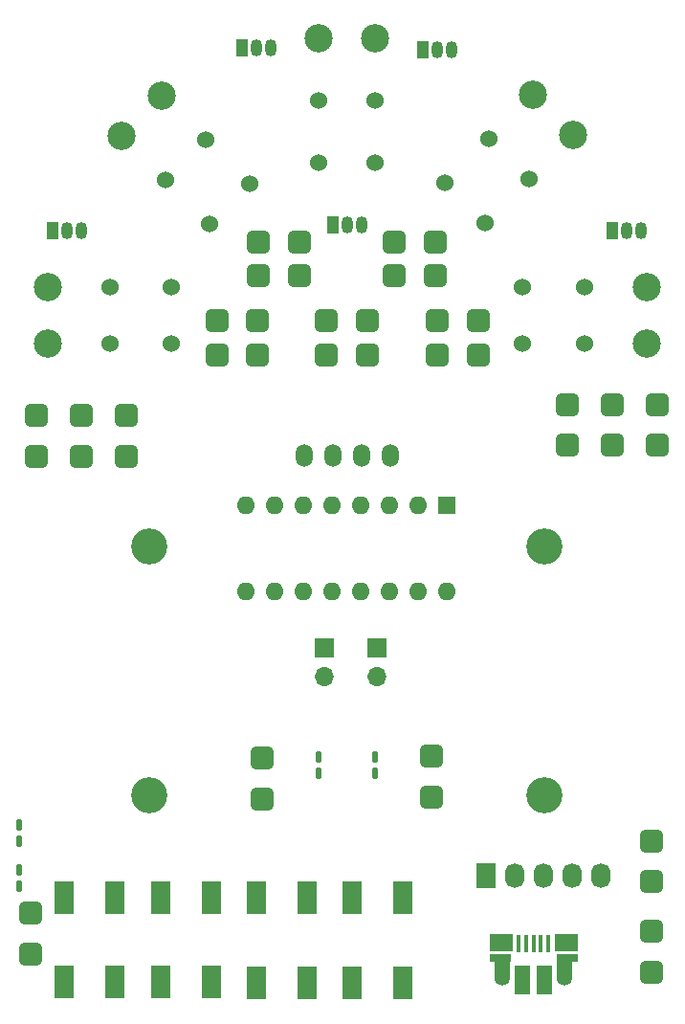
<source format=gts>
G04 #@! TF.GenerationSoftware,KiCad,Pcbnew,8.0.6-8.0.6-0~ubuntu24.04.1*
G04 #@! TF.CreationDate,2024-10-30T09:28:35+01:00*
G04 #@! TF.ProjectId,micromouse_pcb,6d696372-6f6d-46f7-9573-655f7063622e,rev?*
G04 #@! TF.SameCoordinates,Original*
G04 #@! TF.FileFunction,Soldermask,Top*
G04 #@! TF.FilePolarity,Negative*
%FSLAX46Y46*%
G04 Gerber Fmt 4.6, Leading zero omitted, Abs format (unit mm)*
G04 Created by KiCad (PCBNEW 8.0.6-8.0.6-0~ubuntu24.04.1) date 2024-10-30 09:28:35*
%MOMM*%
%LPD*%
G01*
G04 APERTURE LIST*
G04 Aperture macros list*
%AMRoundRect*
0 Rectangle with rounded corners*
0 $1 Rounding radius*
0 $2 $3 $4 $5 $6 $7 $8 $9 X,Y pos of 4 corners*
0 Add a 4 corners polygon primitive as box body*
4,1,4,$2,$3,$4,$5,$6,$7,$8,$9,$2,$3,0*
0 Add four circle primitives for the rounded corners*
1,1,$1+$1,$2,$3*
1,1,$1+$1,$4,$5*
1,1,$1+$1,$6,$7*
1,1,$1+$1,$8,$9*
0 Add four rect primitives between the rounded corners*
20,1,$1+$1,$2,$3,$4,$5,0*
20,1,$1+$1,$4,$5,$6,$7,0*
20,1,$1+$1,$6,$7,$8,$9,0*
20,1,$1+$1,$8,$9,$2,$3,0*%
G04 Aperture macros list end*
%ADD10RoundRect,0.125000X0.125000X-0.375000X0.125000X0.375000X-0.125000X0.375000X-0.125000X-0.375000X0*%
%ADD11C,1.524000*%
%ADD12C,2.500000*%
%ADD13RoundRect,0.384616X-0.615384X0.615384X-0.615384X-0.615384X0.615384X-0.615384X0.615384X0.615384X0*%
%ADD14RoundRect,0.384616X0.615384X-0.615384X0.615384X0.615384X-0.615384X0.615384X-0.615384X-0.615384X0*%
%ADD15RoundRect,0.384616X-0.615384X-0.615384X0.615384X-0.615384X0.615384X0.615384X-0.615384X0.615384X0*%
%ADD16R,1.050000X1.500000*%
%ADD17O,1.050000X1.500000*%
%ADD18C,3.200000*%
%ADD19O,1.524000X2.000000*%
%ADD20RoundRect,0.384616X0.615384X0.615384X-0.615384X0.615384X-0.615384X-0.615384X0.615384X-0.615384X0*%
%ADD21R,1.600000X1.600000*%
%ADD22O,1.600000X1.600000*%
%ADD23R,0.400000X1.650000*%
%ADD24R,1.825000X0.700000*%
%ADD25R,2.000000X1.500000*%
%ADD26R,1.350000X2.000000*%
%ADD27O,1.350000X1.700000*%
%ADD28O,1.100000X1.500000*%
%ADD29R,1.430000X2.500000*%
%ADD30R,1.700000X2.200000*%
%ADD31O,1.700000X2.200000*%
%ADD32O,1.700000X1.700000*%
%ADD33R,1.700000X1.700000*%
%ADD34R,1.700000X3.000000*%
G04 APERTURE END LIST*
D10*
X152500000Y-129000000D03*
X152500000Y-127600000D03*
D11*
X165500000Y-91000000D03*
X165500000Y-86000000D03*
X171000000Y-91000000D03*
X171000000Y-86000000D03*
D12*
X176500000Y-91000000D03*
X176500000Y-86000000D03*
D13*
X130500000Y-97400000D03*
X130500000Y-101000000D03*
D14*
X177000000Y-146600000D03*
X177000000Y-143000000D03*
D15*
X148200000Y-92000000D03*
X151800000Y-92000000D03*
D16*
X140730000Y-64860000D03*
D17*
X142000000Y-64860000D03*
X143270000Y-64860000D03*
D16*
X148730000Y-80500000D03*
D17*
X150000000Y-80500000D03*
X151270000Y-80500000D03*
D15*
X154200000Y-85000000D03*
X157800000Y-85000000D03*
D16*
X156730000Y-65000000D03*
D17*
X158000000Y-65000000D03*
X159270000Y-65000000D03*
D11*
X134500000Y-86000000D03*
X134500000Y-91000000D03*
X129000000Y-86000000D03*
X129000000Y-91000000D03*
D12*
X123500000Y-86000000D03*
X123500000Y-91000000D03*
D10*
X147500000Y-129000000D03*
X147500000Y-127600000D03*
D18*
X167500000Y-109000000D03*
D19*
X146220000Y-100875000D03*
X148760000Y-100875000D03*
X151300000Y-100875000D03*
X153840000Y-100875000D03*
D11*
X152500000Y-75000000D03*
X147500000Y-75000000D03*
X152500000Y-69500000D03*
X147500000Y-69500000D03*
D12*
X152500000Y-64000000D03*
X147500000Y-64000000D03*
D18*
X132500000Y-131000000D03*
D13*
X122500000Y-97400000D03*
X122500000Y-101000000D03*
D20*
X145800000Y-82000000D03*
X142200000Y-82000000D03*
D18*
X167500000Y-131000000D03*
D11*
X162221825Y-80313708D03*
X158686291Y-76778174D03*
X166110912Y-76424621D03*
X162575378Y-72889087D03*
D12*
X170000000Y-72535533D03*
X166464466Y-69000000D03*
D21*
X158875000Y-105300000D03*
D22*
X156335000Y-105300000D03*
X153795000Y-105300000D03*
X151255000Y-105300000D03*
X148715000Y-105300000D03*
X146175000Y-105300000D03*
X143635000Y-105300000D03*
X141095000Y-105300000D03*
X141095000Y-112920000D03*
X143635000Y-112920000D03*
X146175000Y-112920000D03*
X148715000Y-112920000D03*
X151255000Y-112920000D03*
X153795000Y-112920000D03*
X156335000Y-112920000D03*
X158875000Y-112920000D03*
D23*
X165210000Y-144125000D03*
X165860000Y-144125000D03*
X166510000Y-144125000D03*
X167160000Y-144125000D03*
X167810000Y-144125000D03*
D24*
X163560000Y-145325000D03*
D25*
X163660000Y-144025000D03*
D26*
X163780000Y-146075000D03*
D27*
X163780000Y-147005000D03*
D28*
X164090000Y-144005000D03*
D29*
X165550000Y-147275000D03*
X167470000Y-147275000D03*
D28*
X168930000Y-144005000D03*
D27*
X169240000Y-147005000D03*
D26*
X169260000Y-146075000D03*
D25*
X169410000Y-144005000D03*
D24*
X169510000Y-145325000D03*
D20*
X157800000Y-82000000D03*
X154200000Y-82000000D03*
D14*
X173500000Y-100000000D03*
X173500000Y-96400000D03*
X177500000Y-100000000D03*
X177500000Y-96400000D03*
D10*
X121000000Y-139000000D03*
X121000000Y-137600000D03*
D16*
X123960000Y-81000000D03*
D17*
X125230000Y-81000000D03*
X126500000Y-81000000D03*
D14*
X169500000Y-100000000D03*
X169500000Y-96400000D03*
D18*
X132500000Y-109000000D03*
D16*
X173460000Y-81000000D03*
D17*
X174730000Y-81000000D03*
X176000000Y-81000000D03*
D10*
X121000000Y-135000000D03*
X121000000Y-133600000D03*
D30*
X162275000Y-138100000D03*
D31*
X164815000Y-138100000D03*
X167355000Y-138100000D03*
X169895000Y-138100000D03*
X172435000Y-138100000D03*
D14*
X177000000Y-138600000D03*
X177000000Y-135000000D03*
D32*
X148000000Y-120500000D03*
D33*
X148000000Y-117960000D03*
D14*
X142500000Y-131275000D03*
X142500000Y-127675000D03*
D15*
X142200000Y-85000000D03*
X145800000Y-85000000D03*
D14*
X157500000Y-131100000D03*
X157500000Y-127500000D03*
D20*
X151800000Y-89000000D03*
X148200000Y-89000000D03*
X161600000Y-89000000D03*
X158000000Y-89000000D03*
D13*
X126500000Y-97400000D03*
X126500000Y-101000000D03*
D34*
X150490000Y-140050000D03*
X150490000Y-147550000D03*
X154990000Y-140050000D03*
X154990000Y-147550000D03*
D15*
X158000000Y-92000000D03*
X161600000Y-92000000D03*
D34*
X133490000Y-140000000D03*
X133490000Y-147500000D03*
X137990000Y-140000000D03*
X137990000Y-147500000D03*
D15*
X138500000Y-92000000D03*
X142100000Y-92000000D03*
D34*
X141990000Y-140050000D03*
X141990000Y-147550000D03*
X146490000Y-140050000D03*
X146490000Y-147550000D03*
D14*
X122000000Y-145000000D03*
X122000000Y-141400000D03*
D33*
X152650000Y-117960000D03*
D32*
X152650000Y-120500000D03*
D20*
X142100000Y-89000000D03*
X138500000Y-89000000D03*
D34*
X124990000Y-140000000D03*
X124990000Y-147500000D03*
X129490000Y-140000000D03*
X129490000Y-147500000D03*
D11*
X141389087Y-76889087D03*
X137853553Y-80424621D03*
X137500000Y-73000000D03*
X133964466Y-76535534D03*
D12*
X133610912Y-69110912D03*
X130075379Y-72646446D03*
M02*

</source>
